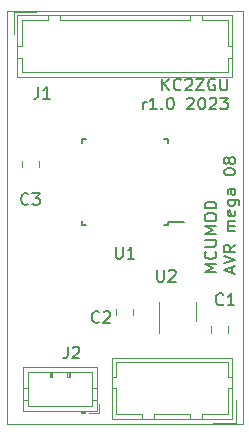
<source format=gbr>
%TF.GenerationSoftware,KiCad,Pcbnew,7.0.6*%
%TF.CreationDate,2023-08-01T20:56:41-04:00*%
%TF.ProjectId,mcumod-am8,6d63756d-6f64-42d6-916d-382e6b696361,rev?*%
%TF.SameCoordinates,Original*%
%TF.FileFunction,Legend,Top*%
%TF.FilePolarity,Positive*%
%FSLAX46Y46*%
G04 Gerber Fmt 4.6, Leading zero omitted, Abs format (unit mm)*
G04 Created by KiCad (PCBNEW 7.0.6) date 2023-08-01 20:56:41*
%MOMM*%
%LPD*%
G01*
G04 APERTURE LIST*
%ADD10C,0.200000*%
%ADD11C,0.150000*%
%ADD12C,0.120000*%
G04 APERTURE END LIST*
D10*
X117757219Y-122130326D02*
X116757219Y-122130326D01*
X116757219Y-122130326D02*
X117471504Y-121796993D01*
X117471504Y-121796993D02*
X116757219Y-121463660D01*
X116757219Y-121463660D02*
X117757219Y-121463660D01*
X117661980Y-120416041D02*
X117709600Y-120463660D01*
X117709600Y-120463660D02*
X117757219Y-120606517D01*
X117757219Y-120606517D02*
X117757219Y-120701755D01*
X117757219Y-120701755D02*
X117709600Y-120844612D01*
X117709600Y-120844612D02*
X117614361Y-120939850D01*
X117614361Y-120939850D02*
X117519123Y-120987469D01*
X117519123Y-120987469D02*
X117328647Y-121035088D01*
X117328647Y-121035088D02*
X117185790Y-121035088D01*
X117185790Y-121035088D02*
X116995314Y-120987469D01*
X116995314Y-120987469D02*
X116900076Y-120939850D01*
X116900076Y-120939850D02*
X116804838Y-120844612D01*
X116804838Y-120844612D02*
X116757219Y-120701755D01*
X116757219Y-120701755D02*
X116757219Y-120606517D01*
X116757219Y-120606517D02*
X116804838Y-120463660D01*
X116804838Y-120463660D02*
X116852457Y-120416041D01*
X116757219Y-119987469D02*
X117566742Y-119987469D01*
X117566742Y-119987469D02*
X117661980Y-119939850D01*
X117661980Y-119939850D02*
X117709600Y-119892231D01*
X117709600Y-119892231D02*
X117757219Y-119796993D01*
X117757219Y-119796993D02*
X117757219Y-119606517D01*
X117757219Y-119606517D02*
X117709600Y-119511279D01*
X117709600Y-119511279D02*
X117661980Y-119463660D01*
X117661980Y-119463660D02*
X117566742Y-119416041D01*
X117566742Y-119416041D02*
X116757219Y-119416041D01*
X117757219Y-118939850D02*
X116757219Y-118939850D01*
X116757219Y-118939850D02*
X117471504Y-118606517D01*
X117471504Y-118606517D02*
X116757219Y-118273184D01*
X116757219Y-118273184D02*
X117757219Y-118273184D01*
X116757219Y-117606517D02*
X116757219Y-117416041D01*
X116757219Y-117416041D02*
X116804838Y-117320803D01*
X116804838Y-117320803D02*
X116900076Y-117225565D01*
X116900076Y-117225565D02*
X117090552Y-117177946D01*
X117090552Y-117177946D02*
X117423885Y-117177946D01*
X117423885Y-117177946D02*
X117614361Y-117225565D01*
X117614361Y-117225565D02*
X117709600Y-117320803D01*
X117709600Y-117320803D02*
X117757219Y-117416041D01*
X117757219Y-117416041D02*
X117757219Y-117606517D01*
X117757219Y-117606517D02*
X117709600Y-117701755D01*
X117709600Y-117701755D02*
X117614361Y-117796993D01*
X117614361Y-117796993D02*
X117423885Y-117844612D01*
X117423885Y-117844612D02*
X117090552Y-117844612D01*
X117090552Y-117844612D02*
X116900076Y-117796993D01*
X116900076Y-117796993D02*
X116804838Y-117701755D01*
X116804838Y-117701755D02*
X116757219Y-117606517D01*
X117757219Y-116749374D02*
X116757219Y-116749374D01*
X116757219Y-116749374D02*
X116757219Y-116511279D01*
X116757219Y-116511279D02*
X116804838Y-116368422D01*
X116804838Y-116368422D02*
X116900076Y-116273184D01*
X116900076Y-116273184D02*
X116995314Y-116225565D01*
X116995314Y-116225565D02*
X117185790Y-116177946D01*
X117185790Y-116177946D02*
X117328647Y-116177946D01*
X117328647Y-116177946D02*
X117519123Y-116225565D01*
X117519123Y-116225565D02*
X117614361Y-116273184D01*
X117614361Y-116273184D02*
X117709600Y-116368422D01*
X117709600Y-116368422D02*
X117757219Y-116511279D01*
X117757219Y-116511279D02*
X117757219Y-116749374D01*
X119081504Y-122177945D02*
X119081504Y-121701755D01*
X119367219Y-122273183D02*
X118367219Y-121939850D01*
X118367219Y-121939850D02*
X119367219Y-121606517D01*
X118367219Y-121416040D02*
X119367219Y-121082707D01*
X119367219Y-121082707D02*
X118367219Y-120749374D01*
X119367219Y-119844612D02*
X118891028Y-120177945D01*
X119367219Y-120416040D02*
X118367219Y-120416040D01*
X118367219Y-120416040D02*
X118367219Y-120035088D01*
X118367219Y-120035088D02*
X118414838Y-119939850D01*
X118414838Y-119939850D02*
X118462457Y-119892231D01*
X118462457Y-119892231D02*
X118557695Y-119844612D01*
X118557695Y-119844612D02*
X118700552Y-119844612D01*
X118700552Y-119844612D02*
X118795790Y-119892231D01*
X118795790Y-119892231D02*
X118843409Y-119939850D01*
X118843409Y-119939850D02*
X118891028Y-120035088D01*
X118891028Y-120035088D02*
X118891028Y-120416040D01*
X119367219Y-118654135D02*
X118700552Y-118654135D01*
X118795790Y-118654135D02*
X118748171Y-118606516D01*
X118748171Y-118606516D02*
X118700552Y-118511278D01*
X118700552Y-118511278D02*
X118700552Y-118368421D01*
X118700552Y-118368421D02*
X118748171Y-118273183D01*
X118748171Y-118273183D02*
X118843409Y-118225564D01*
X118843409Y-118225564D02*
X119367219Y-118225564D01*
X118843409Y-118225564D02*
X118748171Y-118177945D01*
X118748171Y-118177945D02*
X118700552Y-118082707D01*
X118700552Y-118082707D02*
X118700552Y-117939850D01*
X118700552Y-117939850D02*
X118748171Y-117844611D01*
X118748171Y-117844611D02*
X118843409Y-117796992D01*
X118843409Y-117796992D02*
X119367219Y-117796992D01*
X119319600Y-116939850D02*
X119367219Y-117035088D01*
X119367219Y-117035088D02*
X119367219Y-117225564D01*
X119367219Y-117225564D02*
X119319600Y-117320802D01*
X119319600Y-117320802D02*
X119224361Y-117368421D01*
X119224361Y-117368421D02*
X118843409Y-117368421D01*
X118843409Y-117368421D02*
X118748171Y-117320802D01*
X118748171Y-117320802D02*
X118700552Y-117225564D01*
X118700552Y-117225564D02*
X118700552Y-117035088D01*
X118700552Y-117035088D02*
X118748171Y-116939850D01*
X118748171Y-116939850D02*
X118843409Y-116892231D01*
X118843409Y-116892231D02*
X118938647Y-116892231D01*
X118938647Y-116892231D02*
X119033885Y-117368421D01*
X118700552Y-116035088D02*
X119510076Y-116035088D01*
X119510076Y-116035088D02*
X119605314Y-116082707D01*
X119605314Y-116082707D02*
X119652933Y-116130326D01*
X119652933Y-116130326D02*
X119700552Y-116225564D01*
X119700552Y-116225564D02*
X119700552Y-116368421D01*
X119700552Y-116368421D02*
X119652933Y-116463659D01*
X119319600Y-116035088D02*
X119367219Y-116130326D01*
X119367219Y-116130326D02*
X119367219Y-116320802D01*
X119367219Y-116320802D02*
X119319600Y-116416040D01*
X119319600Y-116416040D02*
X119271980Y-116463659D01*
X119271980Y-116463659D02*
X119176742Y-116511278D01*
X119176742Y-116511278D02*
X118891028Y-116511278D01*
X118891028Y-116511278D02*
X118795790Y-116463659D01*
X118795790Y-116463659D02*
X118748171Y-116416040D01*
X118748171Y-116416040D02*
X118700552Y-116320802D01*
X118700552Y-116320802D02*
X118700552Y-116130326D01*
X118700552Y-116130326D02*
X118748171Y-116035088D01*
X119367219Y-115130326D02*
X118843409Y-115130326D01*
X118843409Y-115130326D02*
X118748171Y-115177945D01*
X118748171Y-115177945D02*
X118700552Y-115273183D01*
X118700552Y-115273183D02*
X118700552Y-115463659D01*
X118700552Y-115463659D02*
X118748171Y-115558897D01*
X119319600Y-115130326D02*
X119367219Y-115225564D01*
X119367219Y-115225564D02*
X119367219Y-115463659D01*
X119367219Y-115463659D02*
X119319600Y-115558897D01*
X119319600Y-115558897D02*
X119224361Y-115606516D01*
X119224361Y-115606516D02*
X119129123Y-115606516D01*
X119129123Y-115606516D02*
X119033885Y-115558897D01*
X119033885Y-115558897D02*
X118986266Y-115463659D01*
X118986266Y-115463659D02*
X118986266Y-115225564D01*
X118986266Y-115225564D02*
X118938647Y-115130326D01*
X118367219Y-113701754D02*
X118367219Y-113606516D01*
X118367219Y-113606516D02*
X118414838Y-113511278D01*
X118414838Y-113511278D02*
X118462457Y-113463659D01*
X118462457Y-113463659D02*
X118557695Y-113416040D01*
X118557695Y-113416040D02*
X118748171Y-113368421D01*
X118748171Y-113368421D02*
X118986266Y-113368421D01*
X118986266Y-113368421D02*
X119176742Y-113416040D01*
X119176742Y-113416040D02*
X119271980Y-113463659D01*
X119271980Y-113463659D02*
X119319600Y-113511278D01*
X119319600Y-113511278D02*
X119367219Y-113606516D01*
X119367219Y-113606516D02*
X119367219Y-113701754D01*
X119367219Y-113701754D02*
X119319600Y-113796992D01*
X119319600Y-113796992D02*
X119271980Y-113844611D01*
X119271980Y-113844611D02*
X119176742Y-113892230D01*
X119176742Y-113892230D02*
X118986266Y-113939849D01*
X118986266Y-113939849D02*
X118748171Y-113939849D01*
X118748171Y-113939849D02*
X118557695Y-113892230D01*
X118557695Y-113892230D02*
X118462457Y-113844611D01*
X118462457Y-113844611D02*
X118414838Y-113796992D01*
X118414838Y-113796992D02*
X118367219Y-113701754D01*
X118795790Y-112796992D02*
X118748171Y-112892230D01*
X118748171Y-112892230D02*
X118700552Y-112939849D01*
X118700552Y-112939849D02*
X118605314Y-112987468D01*
X118605314Y-112987468D02*
X118557695Y-112987468D01*
X118557695Y-112987468D02*
X118462457Y-112939849D01*
X118462457Y-112939849D02*
X118414838Y-112892230D01*
X118414838Y-112892230D02*
X118367219Y-112796992D01*
X118367219Y-112796992D02*
X118367219Y-112606516D01*
X118367219Y-112606516D02*
X118414838Y-112511278D01*
X118414838Y-112511278D02*
X118462457Y-112463659D01*
X118462457Y-112463659D02*
X118557695Y-112416040D01*
X118557695Y-112416040D02*
X118605314Y-112416040D01*
X118605314Y-112416040D02*
X118700552Y-112463659D01*
X118700552Y-112463659D02*
X118748171Y-112511278D01*
X118748171Y-112511278D02*
X118795790Y-112606516D01*
X118795790Y-112606516D02*
X118795790Y-112796992D01*
X118795790Y-112796992D02*
X118843409Y-112892230D01*
X118843409Y-112892230D02*
X118891028Y-112939849D01*
X118891028Y-112939849D02*
X118986266Y-112987468D01*
X118986266Y-112987468D02*
X119176742Y-112987468D01*
X119176742Y-112987468D02*
X119271980Y-112939849D01*
X119271980Y-112939849D02*
X119319600Y-112892230D01*
X119319600Y-112892230D02*
X119367219Y-112796992D01*
X119367219Y-112796992D02*
X119367219Y-112606516D01*
X119367219Y-112606516D02*
X119319600Y-112511278D01*
X119319600Y-112511278D02*
X119271980Y-112463659D01*
X119271980Y-112463659D02*
X119176742Y-112416040D01*
X119176742Y-112416040D02*
X118986266Y-112416040D01*
X118986266Y-112416040D02*
X118891028Y-112463659D01*
X118891028Y-112463659D02*
X118843409Y-112511278D01*
X118843409Y-112511278D02*
X118795790Y-112606516D01*
D11*
X113187030Y-106759819D02*
X113187030Y-105759819D01*
X113758458Y-106759819D02*
X113329887Y-106188390D01*
X113758458Y-105759819D02*
X113187030Y-106331247D01*
X114758458Y-106664580D02*
X114710839Y-106712200D01*
X114710839Y-106712200D02*
X114567982Y-106759819D01*
X114567982Y-106759819D02*
X114472744Y-106759819D01*
X114472744Y-106759819D02*
X114329887Y-106712200D01*
X114329887Y-106712200D02*
X114234649Y-106616961D01*
X114234649Y-106616961D02*
X114187030Y-106521723D01*
X114187030Y-106521723D02*
X114139411Y-106331247D01*
X114139411Y-106331247D02*
X114139411Y-106188390D01*
X114139411Y-106188390D02*
X114187030Y-105997914D01*
X114187030Y-105997914D02*
X114234649Y-105902676D01*
X114234649Y-105902676D02*
X114329887Y-105807438D01*
X114329887Y-105807438D02*
X114472744Y-105759819D01*
X114472744Y-105759819D02*
X114567982Y-105759819D01*
X114567982Y-105759819D02*
X114710839Y-105807438D01*
X114710839Y-105807438D02*
X114758458Y-105855057D01*
X115139411Y-105855057D02*
X115187030Y-105807438D01*
X115187030Y-105807438D02*
X115282268Y-105759819D01*
X115282268Y-105759819D02*
X115520363Y-105759819D01*
X115520363Y-105759819D02*
X115615601Y-105807438D01*
X115615601Y-105807438D02*
X115663220Y-105855057D01*
X115663220Y-105855057D02*
X115710839Y-105950295D01*
X115710839Y-105950295D02*
X115710839Y-106045533D01*
X115710839Y-106045533D02*
X115663220Y-106188390D01*
X115663220Y-106188390D02*
X115091792Y-106759819D01*
X115091792Y-106759819D02*
X115710839Y-106759819D01*
X116044173Y-105759819D02*
X116710839Y-105759819D01*
X116710839Y-105759819D02*
X116044173Y-106759819D01*
X116044173Y-106759819D02*
X116710839Y-106759819D01*
X117615601Y-105807438D02*
X117520363Y-105759819D01*
X117520363Y-105759819D02*
X117377506Y-105759819D01*
X117377506Y-105759819D02*
X117234649Y-105807438D01*
X117234649Y-105807438D02*
X117139411Y-105902676D01*
X117139411Y-105902676D02*
X117091792Y-105997914D01*
X117091792Y-105997914D02*
X117044173Y-106188390D01*
X117044173Y-106188390D02*
X117044173Y-106331247D01*
X117044173Y-106331247D02*
X117091792Y-106521723D01*
X117091792Y-106521723D02*
X117139411Y-106616961D01*
X117139411Y-106616961D02*
X117234649Y-106712200D01*
X117234649Y-106712200D02*
X117377506Y-106759819D01*
X117377506Y-106759819D02*
X117472744Y-106759819D01*
X117472744Y-106759819D02*
X117615601Y-106712200D01*
X117615601Y-106712200D02*
X117663220Y-106664580D01*
X117663220Y-106664580D02*
X117663220Y-106331247D01*
X117663220Y-106331247D02*
X117472744Y-106331247D01*
X118091792Y-105759819D02*
X118091792Y-106569342D01*
X118091792Y-106569342D02*
X118139411Y-106664580D01*
X118139411Y-106664580D02*
X118187030Y-106712200D01*
X118187030Y-106712200D02*
X118282268Y-106759819D01*
X118282268Y-106759819D02*
X118472744Y-106759819D01*
X118472744Y-106759819D02*
X118567982Y-106712200D01*
X118567982Y-106712200D02*
X118615601Y-106664580D01*
X118615601Y-106664580D02*
X118663220Y-106569342D01*
X118663220Y-106569342D02*
X118663220Y-105759819D01*
X111567982Y-108369819D02*
X111567982Y-107703152D01*
X111567982Y-107893628D02*
X111615601Y-107798390D01*
X111615601Y-107798390D02*
X111663220Y-107750771D01*
X111663220Y-107750771D02*
X111758458Y-107703152D01*
X111758458Y-107703152D02*
X111853696Y-107703152D01*
X112710839Y-108369819D02*
X112139411Y-108369819D01*
X112425125Y-108369819D02*
X112425125Y-107369819D01*
X112425125Y-107369819D02*
X112329887Y-107512676D01*
X112329887Y-107512676D02*
X112234649Y-107607914D01*
X112234649Y-107607914D02*
X112139411Y-107655533D01*
X113139411Y-108274580D02*
X113187030Y-108322200D01*
X113187030Y-108322200D02*
X113139411Y-108369819D01*
X113139411Y-108369819D02*
X113091792Y-108322200D01*
X113091792Y-108322200D02*
X113139411Y-108274580D01*
X113139411Y-108274580D02*
X113139411Y-108369819D01*
X113806077Y-107369819D02*
X113901315Y-107369819D01*
X113901315Y-107369819D02*
X113996553Y-107417438D01*
X113996553Y-107417438D02*
X114044172Y-107465057D01*
X114044172Y-107465057D02*
X114091791Y-107560295D01*
X114091791Y-107560295D02*
X114139410Y-107750771D01*
X114139410Y-107750771D02*
X114139410Y-107988866D01*
X114139410Y-107988866D02*
X114091791Y-108179342D01*
X114091791Y-108179342D02*
X114044172Y-108274580D01*
X114044172Y-108274580D02*
X113996553Y-108322200D01*
X113996553Y-108322200D02*
X113901315Y-108369819D01*
X113901315Y-108369819D02*
X113806077Y-108369819D01*
X113806077Y-108369819D02*
X113710839Y-108322200D01*
X113710839Y-108322200D02*
X113663220Y-108274580D01*
X113663220Y-108274580D02*
X113615601Y-108179342D01*
X113615601Y-108179342D02*
X113567982Y-107988866D01*
X113567982Y-107988866D02*
X113567982Y-107750771D01*
X113567982Y-107750771D02*
X113615601Y-107560295D01*
X113615601Y-107560295D02*
X113663220Y-107465057D01*
X113663220Y-107465057D02*
X113710839Y-107417438D01*
X113710839Y-107417438D02*
X113806077Y-107369819D01*
X115282268Y-107465057D02*
X115329887Y-107417438D01*
X115329887Y-107417438D02*
X115425125Y-107369819D01*
X115425125Y-107369819D02*
X115663220Y-107369819D01*
X115663220Y-107369819D02*
X115758458Y-107417438D01*
X115758458Y-107417438D02*
X115806077Y-107465057D01*
X115806077Y-107465057D02*
X115853696Y-107560295D01*
X115853696Y-107560295D02*
X115853696Y-107655533D01*
X115853696Y-107655533D02*
X115806077Y-107798390D01*
X115806077Y-107798390D02*
X115234649Y-108369819D01*
X115234649Y-108369819D02*
X115853696Y-108369819D01*
X116472744Y-107369819D02*
X116567982Y-107369819D01*
X116567982Y-107369819D02*
X116663220Y-107417438D01*
X116663220Y-107417438D02*
X116710839Y-107465057D01*
X116710839Y-107465057D02*
X116758458Y-107560295D01*
X116758458Y-107560295D02*
X116806077Y-107750771D01*
X116806077Y-107750771D02*
X116806077Y-107988866D01*
X116806077Y-107988866D02*
X116758458Y-108179342D01*
X116758458Y-108179342D02*
X116710839Y-108274580D01*
X116710839Y-108274580D02*
X116663220Y-108322200D01*
X116663220Y-108322200D02*
X116567982Y-108369819D01*
X116567982Y-108369819D02*
X116472744Y-108369819D01*
X116472744Y-108369819D02*
X116377506Y-108322200D01*
X116377506Y-108322200D02*
X116329887Y-108274580D01*
X116329887Y-108274580D02*
X116282268Y-108179342D01*
X116282268Y-108179342D02*
X116234649Y-107988866D01*
X116234649Y-107988866D02*
X116234649Y-107750771D01*
X116234649Y-107750771D02*
X116282268Y-107560295D01*
X116282268Y-107560295D02*
X116329887Y-107465057D01*
X116329887Y-107465057D02*
X116377506Y-107417438D01*
X116377506Y-107417438D02*
X116472744Y-107369819D01*
X117187030Y-107465057D02*
X117234649Y-107417438D01*
X117234649Y-107417438D02*
X117329887Y-107369819D01*
X117329887Y-107369819D02*
X117567982Y-107369819D01*
X117567982Y-107369819D02*
X117663220Y-107417438D01*
X117663220Y-107417438D02*
X117710839Y-107465057D01*
X117710839Y-107465057D02*
X117758458Y-107560295D01*
X117758458Y-107560295D02*
X117758458Y-107655533D01*
X117758458Y-107655533D02*
X117710839Y-107798390D01*
X117710839Y-107798390D02*
X117139411Y-108369819D01*
X117139411Y-108369819D02*
X117758458Y-108369819D01*
X118091792Y-107369819D02*
X118710839Y-107369819D01*
X118710839Y-107369819D02*
X118377506Y-107750771D01*
X118377506Y-107750771D02*
X118520363Y-107750771D01*
X118520363Y-107750771D02*
X118615601Y-107798390D01*
X118615601Y-107798390D02*
X118663220Y-107846009D01*
X118663220Y-107846009D02*
X118710839Y-107941247D01*
X118710839Y-107941247D02*
X118710839Y-108179342D01*
X118710839Y-108179342D02*
X118663220Y-108274580D01*
X118663220Y-108274580D02*
X118615601Y-108322200D01*
X118615601Y-108322200D02*
X118520363Y-108369819D01*
X118520363Y-108369819D02*
X118234649Y-108369819D01*
X118234649Y-108369819D02*
X118139411Y-108322200D01*
X118139411Y-108322200D02*
X118091792Y-108274580D01*
X112738095Y-121954819D02*
X112738095Y-122764342D01*
X112738095Y-122764342D02*
X112785714Y-122859580D01*
X112785714Y-122859580D02*
X112833333Y-122907200D01*
X112833333Y-122907200D02*
X112928571Y-122954819D01*
X112928571Y-122954819D02*
X113119047Y-122954819D01*
X113119047Y-122954819D02*
X113214285Y-122907200D01*
X113214285Y-122907200D02*
X113261904Y-122859580D01*
X113261904Y-122859580D02*
X113309523Y-122764342D01*
X113309523Y-122764342D02*
X113309523Y-121954819D01*
X113738095Y-122050057D02*
X113785714Y-122002438D01*
X113785714Y-122002438D02*
X113880952Y-121954819D01*
X113880952Y-121954819D02*
X114119047Y-121954819D01*
X114119047Y-121954819D02*
X114214285Y-122002438D01*
X114214285Y-122002438D02*
X114261904Y-122050057D01*
X114261904Y-122050057D02*
X114309523Y-122145295D01*
X114309523Y-122145295D02*
X114309523Y-122240533D01*
X114309523Y-122240533D02*
X114261904Y-122383390D01*
X114261904Y-122383390D02*
X113690476Y-122954819D01*
X113690476Y-122954819D02*
X114309523Y-122954819D01*
X109238095Y-120004819D02*
X109238095Y-120814342D01*
X109238095Y-120814342D02*
X109285714Y-120909580D01*
X109285714Y-120909580D02*
X109333333Y-120957200D01*
X109333333Y-120957200D02*
X109428571Y-121004819D01*
X109428571Y-121004819D02*
X109619047Y-121004819D01*
X109619047Y-121004819D02*
X109714285Y-120957200D01*
X109714285Y-120957200D02*
X109761904Y-120909580D01*
X109761904Y-120909580D02*
X109809523Y-120814342D01*
X109809523Y-120814342D02*
X109809523Y-120004819D01*
X110809523Y-121004819D02*
X110238095Y-121004819D01*
X110523809Y-121004819D02*
X110523809Y-120004819D01*
X110523809Y-120004819D02*
X110428571Y-120147676D01*
X110428571Y-120147676D02*
X110333333Y-120242914D01*
X110333333Y-120242914D02*
X110238095Y-120290533D01*
X105166666Y-128454819D02*
X105166666Y-129169104D01*
X105166666Y-129169104D02*
X105119047Y-129311961D01*
X105119047Y-129311961D02*
X105023809Y-129407200D01*
X105023809Y-129407200D02*
X104880952Y-129454819D01*
X104880952Y-129454819D02*
X104785714Y-129454819D01*
X105595238Y-128550057D02*
X105642857Y-128502438D01*
X105642857Y-128502438D02*
X105738095Y-128454819D01*
X105738095Y-128454819D02*
X105976190Y-128454819D01*
X105976190Y-128454819D02*
X106071428Y-128502438D01*
X106071428Y-128502438D02*
X106119047Y-128550057D01*
X106119047Y-128550057D02*
X106166666Y-128645295D01*
X106166666Y-128645295D02*
X106166666Y-128740533D01*
X106166666Y-128740533D02*
X106119047Y-128883390D01*
X106119047Y-128883390D02*
X105547619Y-129454819D01*
X105547619Y-129454819D02*
X106166666Y-129454819D01*
X102666666Y-106454819D02*
X102666666Y-107169104D01*
X102666666Y-107169104D02*
X102619047Y-107311961D01*
X102619047Y-107311961D02*
X102523809Y-107407200D01*
X102523809Y-107407200D02*
X102380952Y-107454819D01*
X102380952Y-107454819D02*
X102285714Y-107454819D01*
X103666666Y-107454819D02*
X103095238Y-107454819D01*
X103380952Y-107454819D02*
X103380952Y-106454819D01*
X103380952Y-106454819D02*
X103285714Y-106597676D01*
X103285714Y-106597676D02*
X103190476Y-106692914D01*
X103190476Y-106692914D02*
X103095238Y-106740533D01*
X101833333Y-116359580D02*
X101785714Y-116407200D01*
X101785714Y-116407200D02*
X101642857Y-116454819D01*
X101642857Y-116454819D02*
X101547619Y-116454819D01*
X101547619Y-116454819D02*
X101404762Y-116407200D01*
X101404762Y-116407200D02*
X101309524Y-116311961D01*
X101309524Y-116311961D02*
X101261905Y-116216723D01*
X101261905Y-116216723D02*
X101214286Y-116026247D01*
X101214286Y-116026247D02*
X101214286Y-115883390D01*
X101214286Y-115883390D02*
X101261905Y-115692914D01*
X101261905Y-115692914D02*
X101309524Y-115597676D01*
X101309524Y-115597676D02*
X101404762Y-115502438D01*
X101404762Y-115502438D02*
X101547619Y-115454819D01*
X101547619Y-115454819D02*
X101642857Y-115454819D01*
X101642857Y-115454819D02*
X101785714Y-115502438D01*
X101785714Y-115502438D02*
X101833333Y-115550057D01*
X102166667Y-115454819D02*
X102785714Y-115454819D01*
X102785714Y-115454819D02*
X102452381Y-115835771D01*
X102452381Y-115835771D02*
X102595238Y-115835771D01*
X102595238Y-115835771D02*
X102690476Y-115883390D01*
X102690476Y-115883390D02*
X102738095Y-115931009D01*
X102738095Y-115931009D02*
X102785714Y-116026247D01*
X102785714Y-116026247D02*
X102785714Y-116264342D01*
X102785714Y-116264342D02*
X102738095Y-116359580D01*
X102738095Y-116359580D02*
X102690476Y-116407200D01*
X102690476Y-116407200D02*
X102595238Y-116454819D01*
X102595238Y-116454819D02*
X102309524Y-116454819D01*
X102309524Y-116454819D02*
X102214286Y-116407200D01*
X102214286Y-116407200D02*
X102166667Y-116359580D01*
X107833333Y-126359580D02*
X107785714Y-126407200D01*
X107785714Y-126407200D02*
X107642857Y-126454819D01*
X107642857Y-126454819D02*
X107547619Y-126454819D01*
X107547619Y-126454819D02*
X107404762Y-126407200D01*
X107404762Y-126407200D02*
X107309524Y-126311961D01*
X107309524Y-126311961D02*
X107261905Y-126216723D01*
X107261905Y-126216723D02*
X107214286Y-126026247D01*
X107214286Y-126026247D02*
X107214286Y-125883390D01*
X107214286Y-125883390D02*
X107261905Y-125692914D01*
X107261905Y-125692914D02*
X107309524Y-125597676D01*
X107309524Y-125597676D02*
X107404762Y-125502438D01*
X107404762Y-125502438D02*
X107547619Y-125454819D01*
X107547619Y-125454819D02*
X107642857Y-125454819D01*
X107642857Y-125454819D02*
X107785714Y-125502438D01*
X107785714Y-125502438D02*
X107833333Y-125550057D01*
X108214286Y-125550057D02*
X108261905Y-125502438D01*
X108261905Y-125502438D02*
X108357143Y-125454819D01*
X108357143Y-125454819D02*
X108595238Y-125454819D01*
X108595238Y-125454819D02*
X108690476Y-125502438D01*
X108690476Y-125502438D02*
X108738095Y-125550057D01*
X108738095Y-125550057D02*
X108785714Y-125645295D01*
X108785714Y-125645295D02*
X108785714Y-125740533D01*
X108785714Y-125740533D02*
X108738095Y-125883390D01*
X108738095Y-125883390D02*
X108166667Y-126454819D01*
X108166667Y-126454819D02*
X108785714Y-126454819D01*
X118333333Y-124859580D02*
X118285714Y-124907200D01*
X118285714Y-124907200D02*
X118142857Y-124954819D01*
X118142857Y-124954819D02*
X118047619Y-124954819D01*
X118047619Y-124954819D02*
X117904762Y-124907200D01*
X117904762Y-124907200D02*
X117809524Y-124811961D01*
X117809524Y-124811961D02*
X117761905Y-124716723D01*
X117761905Y-124716723D02*
X117714286Y-124526247D01*
X117714286Y-124526247D02*
X117714286Y-124383390D01*
X117714286Y-124383390D02*
X117761905Y-124192914D01*
X117761905Y-124192914D02*
X117809524Y-124097676D01*
X117809524Y-124097676D02*
X117904762Y-124002438D01*
X117904762Y-124002438D02*
X118047619Y-123954819D01*
X118047619Y-123954819D02*
X118142857Y-123954819D01*
X118142857Y-123954819D02*
X118285714Y-124002438D01*
X118285714Y-124002438D02*
X118333333Y-124050057D01*
X119285714Y-124954819D02*
X118714286Y-124954819D01*
X119000000Y-124954819D02*
X119000000Y-123954819D01*
X119000000Y-123954819D02*
X118904762Y-124097676D01*
X118904762Y-124097676D02*
X118809524Y-124192914D01*
X118809524Y-124192914D02*
X118714286Y-124240533D01*
D12*
%TO.C,U2*%
X116060000Y-125500000D02*
X116060000Y-126300000D01*
X116060000Y-125500000D02*
X116060000Y-124700000D01*
X112940000Y-125500000D02*
X112940000Y-127300000D01*
X112940000Y-125500000D02*
X112940000Y-124700000D01*
D11*
%TO.C,U1*%
X113625000Y-117900000D02*
X115050000Y-117900000D01*
X113625000Y-110875000D02*
X113625000Y-111200000D01*
X106375000Y-110875000D02*
X106700000Y-110875000D01*
X106375000Y-110875000D02*
X106375000Y-111200000D01*
X106375000Y-118125000D02*
X106375000Y-117800000D01*
X106375000Y-118125000D02*
X106700000Y-118125000D01*
X113625000Y-118125000D02*
X113300000Y-118125000D01*
X113625000Y-118125000D02*
X113625000Y-117900000D01*
X113625000Y-110875000D02*
X113300000Y-110875000D01*
D12*
%TO.C,J2*%
X107610000Y-133910000D02*
X107610000Y-130190000D01*
X107610000Y-130190000D02*
X101390000Y-130190000D01*
X101390000Y-130190000D02*
X101390000Y-133910000D01*
X101390000Y-133910000D02*
X107610000Y-133910000D01*
X106300000Y-133910000D02*
X106300000Y-134110000D01*
X106300000Y-134110000D02*
X106600000Y-134110000D01*
X106600000Y-134110000D02*
X106600000Y-133910000D01*
X106300000Y-134010000D02*
X106600000Y-134010000D01*
X107210000Y-133510000D02*
X107210000Y-130590000D01*
X107210000Y-130590000D02*
X101790000Y-130590000D01*
X101790000Y-130590000D02*
X101790000Y-133510000D01*
X101790000Y-133510000D02*
X107210000Y-133510000D01*
X107610000Y-133000000D02*
X107210000Y-133000000D01*
X107610000Y-132000000D02*
X107210000Y-132000000D01*
X101390000Y-133000000D02*
X101790000Y-133000000D01*
X101390000Y-132000000D02*
X101790000Y-132000000D01*
X105350000Y-130590000D02*
X105350000Y-130990000D01*
X105350000Y-130990000D02*
X105150000Y-130990000D01*
X105150000Y-130990000D02*
X105150000Y-130590000D01*
X105250000Y-130590000D02*
X105250000Y-130990000D01*
X103850000Y-130590000D02*
X103850000Y-130990000D01*
X103850000Y-130990000D02*
X103650000Y-130990000D01*
X103650000Y-130990000D02*
X103650000Y-130590000D01*
X103750000Y-130590000D02*
X103750000Y-130990000D01*
X107010000Y-134110000D02*
X107810000Y-134110000D01*
X107810000Y-134110000D02*
X107810000Y-133310000D01*
%TO.C,J1*%
X100590000Y-100090000D02*
X102500000Y-100090000D01*
X100590000Y-102000000D02*
X100590000Y-100090000D01*
X100900000Y-100400000D02*
X100900000Y-105600000D01*
X100900000Y-103000000D02*
X101300000Y-103000000D01*
X100900000Y-104000000D02*
X101300000Y-104000000D01*
X100900000Y-105600000D02*
X119100000Y-105600000D01*
X101300000Y-100800000D02*
X103500000Y-100800000D01*
X101300000Y-103000000D02*
X101300000Y-100800000D01*
X101300000Y-104000000D02*
X101300000Y-105200000D01*
X101300000Y-105200000D02*
X118700000Y-105200000D01*
X103500000Y-100800000D02*
X103500000Y-100400000D01*
X104500000Y-100400000D02*
X104500000Y-100800000D01*
X104500000Y-100800000D02*
X115500000Y-100800000D01*
X108900000Y-129400000D02*
X108900000Y-134600000D01*
X108900000Y-132000000D02*
X109300000Y-132000000D01*
X108900000Y-134600000D02*
X119100000Y-134600000D01*
X109300000Y-129800000D02*
X109300000Y-131000000D01*
X109300000Y-131000000D02*
X108900000Y-131000000D01*
X109300000Y-132000000D02*
X109300000Y-134200000D01*
X109300000Y-134200000D02*
X111500000Y-134200000D01*
X111500000Y-134200000D02*
X111500000Y-134600000D01*
X112500000Y-134200000D02*
X112500000Y-134600000D01*
X115500000Y-100800000D02*
X115500000Y-100400000D01*
X115500000Y-134200000D02*
X112500000Y-134200000D01*
X115500000Y-134600000D02*
X115500000Y-134200000D01*
X116500000Y-100800000D02*
X116500000Y-100400000D01*
X116500000Y-134200000D02*
X116500000Y-134600000D01*
X118700000Y-100800000D02*
X116500000Y-100800000D01*
X118700000Y-103000000D02*
X118700000Y-100800000D01*
X118700000Y-104000000D02*
X119100000Y-104000000D01*
X118700000Y-105200000D02*
X118700000Y-104000000D01*
X118700000Y-129800000D02*
X109300000Y-129800000D01*
X118700000Y-131000000D02*
X118700000Y-129800000D01*
X118700000Y-132000000D02*
X118700000Y-134200000D01*
X118700000Y-134200000D02*
X116500000Y-134200000D01*
X119100000Y-100400000D02*
X100900000Y-100400000D01*
X119100000Y-103000000D02*
X118700000Y-103000000D01*
X119100000Y-105600000D02*
X119100000Y-100400000D01*
X119100000Y-129400000D02*
X108900000Y-129400000D01*
X119100000Y-131000000D02*
X118700000Y-131000000D01*
X119100000Y-132000000D02*
X118700000Y-132000000D01*
X119100000Y-134600000D02*
X119100000Y-129400000D01*
X119410000Y-133000000D02*
X119410000Y-134910000D01*
X119410000Y-134910000D02*
X117500000Y-134910000D01*
X100000000Y-100000000D02*
X120000000Y-100000000D01*
X120000000Y-100000000D02*
X120000000Y-135000000D01*
X120000000Y-135000000D02*
X100000000Y-135000000D01*
X100000000Y-135000000D02*
X100000000Y-100000000D01*
%TO.C,C3*%
X102735000Y-112738748D02*
X102735000Y-113261252D01*
X101265000Y-112738748D02*
X101265000Y-113261252D01*
%TO.C,C2*%
X110735000Y-125238748D02*
X110735000Y-125761252D01*
X109265000Y-125238748D02*
X109265000Y-125761252D01*
%TO.C,C1*%
X117265000Y-127261252D02*
X117265000Y-126738748D01*
X118735000Y-127261252D02*
X118735000Y-126738748D01*
%TD*%
M02*

</source>
